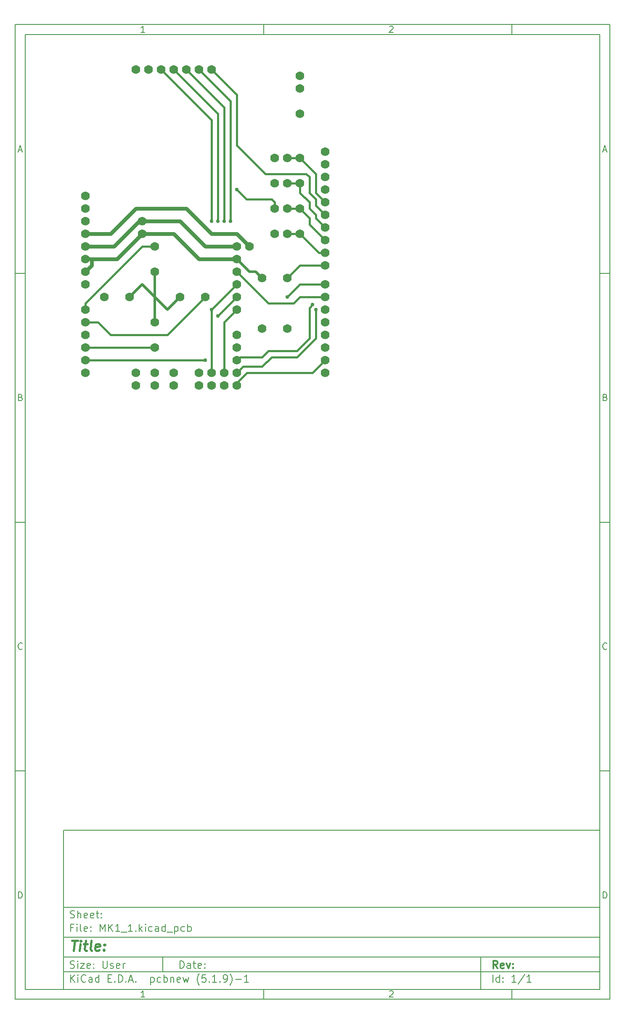
<source format=gbr>
%TF.GenerationSoftware,KiCad,Pcbnew,(5.1.9)-1*%
%TF.CreationDate,2021-07-03T12:35:32-04:00*%
%TF.ProjectId,MK1_1,4d4b315f-312e-46b6-9963-61645f706362,rev?*%
%TF.SameCoordinates,Original*%
%TF.FileFunction,Copper,L1,Top*%
%TF.FilePolarity,Positive*%
%FSLAX45Y45*%
G04 Gerber Fmt 4.5, Leading zero omitted, Abs format (unit mm)*
G04 Created by KiCad (PCBNEW (5.1.9)-1) date 2021-07-03 12:35:32*
%MOMM*%
%LPD*%
G01*
G04 APERTURE LIST*
%ADD10C,0.127000*%
%ADD11C,0.150000*%
%ADD12C,0.300000*%
%ADD13C,0.400000*%
%TA.AperFunction,ViaPad*%
%ADD14C,0.762000*%
%TD*%
%TA.AperFunction,ViaPad*%
%ADD15C,1.778000*%
%TD*%
%TA.AperFunction,Conductor*%
%ADD16C,0.381000*%
%TD*%
%TA.AperFunction,Conductor*%
%ADD17C,0.762000*%
%TD*%
%TA.AperFunction,Conductor*%
%ADD18C,0.508000*%
%TD*%
G04 APERTURE END LIST*
D10*
D11*
X1970000Y-17190000D02*
X1970000Y-20390000D01*
X12770000Y-20390000D01*
X12770000Y-17190000D01*
X1970000Y-17190000D01*
D10*
D11*
X1000000Y-1000000D02*
X1000000Y-20590000D01*
X12970000Y-20590000D01*
X12970000Y-1000000D01*
X1000000Y-1000000D01*
D10*
D11*
X1200000Y-1200000D02*
X1200000Y-20390000D01*
X12770000Y-20390000D01*
X12770000Y-1200000D01*
X1200000Y-1200000D01*
D10*
D11*
X6000000Y-1200000D02*
X6000000Y-1000000D01*
D10*
D11*
X11000000Y-1200000D02*
X11000000Y-1000000D01*
D10*
D11*
X3606548Y-1158810D02*
X3532262Y-1158810D01*
X3569405Y-1158810D02*
X3569405Y-1028809D01*
X3557024Y-1047381D01*
X3544643Y-1059762D01*
X3532262Y-1065952D01*
D10*
D11*
X8532262Y-1041190D02*
X8538452Y-1035000D01*
X8550833Y-1028809D01*
X8581786Y-1028809D01*
X8594167Y-1035000D01*
X8600357Y-1041190D01*
X8606548Y-1053571D01*
X8606548Y-1065952D01*
X8600357Y-1084524D01*
X8526071Y-1158810D01*
X8606548Y-1158810D01*
D10*
D11*
X6000000Y-20390000D02*
X6000000Y-20590000D01*
D10*
D11*
X11000000Y-20390000D02*
X11000000Y-20590000D01*
D10*
D11*
X3606548Y-20548810D02*
X3532262Y-20548810D01*
X3569405Y-20548810D02*
X3569405Y-20418810D01*
X3557024Y-20437381D01*
X3544643Y-20449762D01*
X3532262Y-20455952D01*
D10*
D11*
X8532262Y-20431190D02*
X8538452Y-20425000D01*
X8550833Y-20418810D01*
X8581786Y-20418810D01*
X8594167Y-20425000D01*
X8600357Y-20431190D01*
X8606548Y-20443571D01*
X8606548Y-20455952D01*
X8600357Y-20474524D01*
X8526071Y-20548810D01*
X8606548Y-20548810D01*
D10*
D11*
X1000000Y-6000000D02*
X1200000Y-6000000D01*
D10*
D11*
X1000000Y-11000000D02*
X1200000Y-11000000D01*
D10*
D11*
X1000000Y-16000000D02*
X1200000Y-16000000D01*
D10*
D11*
X1069048Y-3521667D02*
X1130952Y-3521667D01*
X1056667Y-3558809D02*
X1100000Y-3428809D01*
X1143333Y-3558809D01*
D10*
D11*
X1109286Y-8490714D02*
X1127857Y-8496905D01*
X1134048Y-8503095D01*
X1140238Y-8515476D01*
X1140238Y-8534048D01*
X1134048Y-8546429D01*
X1127857Y-8552619D01*
X1115476Y-8558810D01*
X1065952Y-8558810D01*
X1065952Y-8428810D01*
X1109286Y-8428810D01*
X1121667Y-8435000D01*
X1127857Y-8441190D01*
X1134048Y-8453571D01*
X1134048Y-8465952D01*
X1127857Y-8478333D01*
X1121667Y-8484524D01*
X1109286Y-8490714D01*
X1065952Y-8490714D01*
D10*
D11*
X1140238Y-13546428D02*
X1134048Y-13552619D01*
X1115476Y-13558809D01*
X1103095Y-13558809D01*
X1084524Y-13552619D01*
X1072143Y-13540238D01*
X1065952Y-13527857D01*
X1059762Y-13503095D01*
X1059762Y-13484524D01*
X1065952Y-13459762D01*
X1072143Y-13447381D01*
X1084524Y-13435000D01*
X1103095Y-13428809D01*
X1115476Y-13428809D01*
X1134048Y-13435000D01*
X1140238Y-13441190D01*
D10*
D11*
X1065952Y-18558810D02*
X1065952Y-18428810D01*
X1096905Y-18428810D01*
X1115476Y-18435000D01*
X1127857Y-18447381D01*
X1134048Y-18459762D01*
X1140238Y-18484524D01*
X1140238Y-18503095D01*
X1134048Y-18527857D01*
X1127857Y-18540238D01*
X1115476Y-18552619D01*
X1096905Y-18558810D01*
X1065952Y-18558810D01*
D10*
D11*
X12970000Y-6000000D02*
X12770000Y-6000000D01*
D10*
D11*
X12970000Y-11000000D02*
X12770000Y-11000000D01*
D10*
D11*
X12970000Y-16000000D02*
X12770000Y-16000000D01*
D10*
D11*
X12839048Y-3521667D02*
X12900952Y-3521667D01*
X12826667Y-3558809D02*
X12870000Y-3428809D01*
X12913333Y-3558809D01*
D10*
D11*
X12879286Y-8490714D02*
X12897857Y-8496905D01*
X12904048Y-8503095D01*
X12910238Y-8515476D01*
X12910238Y-8534048D01*
X12904048Y-8546429D01*
X12897857Y-8552619D01*
X12885476Y-8558810D01*
X12835952Y-8558810D01*
X12835952Y-8428810D01*
X12879286Y-8428810D01*
X12891667Y-8435000D01*
X12897857Y-8441190D01*
X12904048Y-8453571D01*
X12904048Y-8465952D01*
X12897857Y-8478333D01*
X12891667Y-8484524D01*
X12879286Y-8490714D01*
X12835952Y-8490714D01*
D10*
D11*
X12910238Y-13546428D02*
X12904048Y-13552619D01*
X12885476Y-13558809D01*
X12873095Y-13558809D01*
X12854524Y-13552619D01*
X12842143Y-13540238D01*
X12835952Y-13527857D01*
X12829762Y-13503095D01*
X12829762Y-13484524D01*
X12835952Y-13459762D01*
X12842143Y-13447381D01*
X12854524Y-13435000D01*
X12873095Y-13428809D01*
X12885476Y-13428809D01*
X12904048Y-13435000D01*
X12910238Y-13441190D01*
D10*
D11*
X12835952Y-18558810D02*
X12835952Y-18428810D01*
X12866905Y-18428810D01*
X12885476Y-18435000D01*
X12897857Y-18447381D01*
X12904048Y-18459762D01*
X12910238Y-18484524D01*
X12910238Y-18503095D01*
X12904048Y-18527857D01*
X12897857Y-18540238D01*
X12885476Y-18552619D01*
X12866905Y-18558810D01*
X12835952Y-18558810D01*
D10*
D11*
X4313214Y-19967857D02*
X4313214Y-19817857D01*
X4348929Y-19817857D01*
X4370357Y-19825000D01*
X4384643Y-19839286D01*
X4391786Y-19853571D01*
X4398929Y-19882143D01*
X4398929Y-19903571D01*
X4391786Y-19932143D01*
X4384643Y-19946429D01*
X4370357Y-19960714D01*
X4348929Y-19967857D01*
X4313214Y-19967857D01*
X4527500Y-19967857D02*
X4527500Y-19889286D01*
X4520357Y-19875000D01*
X4506071Y-19867857D01*
X4477500Y-19867857D01*
X4463214Y-19875000D01*
X4527500Y-19960714D02*
X4513214Y-19967857D01*
X4477500Y-19967857D01*
X4463214Y-19960714D01*
X4456071Y-19946429D01*
X4456071Y-19932143D01*
X4463214Y-19917857D01*
X4477500Y-19910714D01*
X4513214Y-19910714D01*
X4527500Y-19903571D01*
X4577500Y-19867857D02*
X4634643Y-19867857D01*
X4598929Y-19817857D02*
X4598929Y-19946429D01*
X4606071Y-19960714D01*
X4620357Y-19967857D01*
X4634643Y-19967857D01*
X4741786Y-19960714D02*
X4727500Y-19967857D01*
X4698929Y-19967857D01*
X4684643Y-19960714D01*
X4677500Y-19946429D01*
X4677500Y-19889286D01*
X4684643Y-19875000D01*
X4698929Y-19867857D01*
X4727500Y-19867857D01*
X4741786Y-19875000D01*
X4748929Y-19889286D01*
X4748929Y-19903571D01*
X4677500Y-19917857D01*
X4813214Y-19953571D02*
X4820357Y-19960714D01*
X4813214Y-19967857D01*
X4806071Y-19960714D01*
X4813214Y-19953571D01*
X4813214Y-19967857D01*
X4813214Y-19875000D02*
X4820357Y-19882143D01*
X4813214Y-19889286D01*
X4806071Y-19882143D01*
X4813214Y-19875000D01*
X4813214Y-19889286D01*
D10*
D11*
X1970000Y-20040000D02*
X12770000Y-20040000D01*
D10*
D11*
X2113214Y-20247857D02*
X2113214Y-20097857D01*
X2198929Y-20247857D02*
X2134643Y-20162143D01*
X2198929Y-20097857D02*
X2113214Y-20183571D01*
X2263214Y-20247857D02*
X2263214Y-20147857D01*
X2263214Y-20097857D02*
X2256071Y-20105000D01*
X2263214Y-20112143D01*
X2270357Y-20105000D01*
X2263214Y-20097857D01*
X2263214Y-20112143D01*
X2420357Y-20233571D02*
X2413214Y-20240714D01*
X2391786Y-20247857D01*
X2377500Y-20247857D01*
X2356071Y-20240714D01*
X2341786Y-20226429D01*
X2334643Y-20212143D01*
X2327500Y-20183571D01*
X2327500Y-20162143D01*
X2334643Y-20133571D01*
X2341786Y-20119286D01*
X2356071Y-20105000D01*
X2377500Y-20097857D01*
X2391786Y-20097857D01*
X2413214Y-20105000D01*
X2420357Y-20112143D01*
X2548929Y-20247857D02*
X2548929Y-20169286D01*
X2541786Y-20155000D01*
X2527500Y-20147857D01*
X2498929Y-20147857D01*
X2484643Y-20155000D01*
X2548929Y-20240714D02*
X2534643Y-20247857D01*
X2498929Y-20247857D01*
X2484643Y-20240714D01*
X2477500Y-20226429D01*
X2477500Y-20212143D01*
X2484643Y-20197857D01*
X2498929Y-20190714D01*
X2534643Y-20190714D01*
X2548929Y-20183571D01*
X2684643Y-20247857D02*
X2684643Y-20097857D01*
X2684643Y-20240714D02*
X2670357Y-20247857D01*
X2641786Y-20247857D01*
X2627500Y-20240714D01*
X2620357Y-20233571D01*
X2613214Y-20219286D01*
X2613214Y-20176429D01*
X2620357Y-20162143D01*
X2627500Y-20155000D01*
X2641786Y-20147857D01*
X2670357Y-20147857D01*
X2684643Y-20155000D01*
X2870357Y-20169286D02*
X2920357Y-20169286D01*
X2941786Y-20247857D02*
X2870357Y-20247857D01*
X2870357Y-20097857D01*
X2941786Y-20097857D01*
X3006071Y-20233571D02*
X3013214Y-20240714D01*
X3006071Y-20247857D01*
X2998928Y-20240714D01*
X3006071Y-20233571D01*
X3006071Y-20247857D01*
X3077500Y-20247857D02*
X3077500Y-20097857D01*
X3113214Y-20097857D01*
X3134643Y-20105000D01*
X3148928Y-20119286D01*
X3156071Y-20133571D01*
X3163214Y-20162143D01*
X3163214Y-20183571D01*
X3156071Y-20212143D01*
X3148928Y-20226429D01*
X3134643Y-20240714D01*
X3113214Y-20247857D01*
X3077500Y-20247857D01*
X3227500Y-20233571D02*
X3234643Y-20240714D01*
X3227500Y-20247857D01*
X3220357Y-20240714D01*
X3227500Y-20233571D01*
X3227500Y-20247857D01*
X3291786Y-20205000D02*
X3363214Y-20205000D01*
X3277500Y-20247857D02*
X3327500Y-20097857D01*
X3377500Y-20247857D01*
X3427500Y-20233571D02*
X3434643Y-20240714D01*
X3427500Y-20247857D01*
X3420357Y-20240714D01*
X3427500Y-20233571D01*
X3427500Y-20247857D01*
X3727500Y-20147857D02*
X3727500Y-20297857D01*
X3727500Y-20155000D02*
X3741786Y-20147857D01*
X3770357Y-20147857D01*
X3784643Y-20155000D01*
X3791786Y-20162143D01*
X3798928Y-20176429D01*
X3798928Y-20219286D01*
X3791786Y-20233571D01*
X3784643Y-20240714D01*
X3770357Y-20247857D01*
X3741786Y-20247857D01*
X3727500Y-20240714D01*
X3927500Y-20240714D02*
X3913214Y-20247857D01*
X3884643Y-20247857D01*
X3870357Y-20240714D01*
X3863214Y-20233571D01*
X3856071Y-20219286D01*
X3856071Y-20176429D01*
X3863214Y-20162143D01*
X3870357Y-20155000D01*
X3884643Y-20147857D01*
X3913214Y-20147857D01*
X3927500Y-20155000D01*
X3991786Y-20247857D02*
X3991786Y-20097857D01*
X3991786Y-20155000D02*
X4006071Y-20147857D01*
X4034643Y-20147857D01*
X4048928Y-20155000D01*
X4056071Y-20162143D01*
X4063214Y-20176429D01*
X4063214Y-20219286D01*
X4056071Y-20233571D01*
X4048928Y-20240714D01*
X4034643Y-20247857D01*
X4006071Y-20247857D01*
X3991786Y-20240714D01*
X4127500Y-20147857D02*
X4127500Y-20247857D01*
X4127500Y-20162143D02*
X4134643Y-20155000D01*
X4148928Y-20147857D01*
X4170357Y-20147857D01*
X4184643Y-20155000D01*
X4191786Y-20169286D01*
X4191786Y-20247857D01*
X4320357Y-20240714D02*
X4306071Y-20247857D01*
X4277500Y-20247857D01*
X4263214Y-20240714D01*
X4256071Y-20226429D01*
X4256071Y-20169286D01*
X4263214Y-20155000D01*
X4277500Y-20147857D01*
X4306071Y-20147857D01*
X4320357Y-20155000D01*
X4327500Y-20169286D01*
X4327500Y-20183571D01*
X4256071Y-20197857D01*
X4377500Y-20147857D02*
X4406071Y-20247857D01*
X4434643Y-20176429D01*
X4463214Y-20247857D01*
X4491786Y-20147857D01*
X4706071Y-20305000D02*
X4698929Y-20297857D01*
X4684643Y-20276429D01*
X4677500Y-20262143D01*
X4670357Y-20240714D01*
X4663214Y-20205000D01*
X4663214Y-20176429D01*
X4670357Y-20140714D01*
X4677500Y-20119286D01*
X4684643Y-20105000D01*
X4698929Y-20083571D01*
X4706071Y-20076429D01*
X4834643Y-20097857D02*
X4763214Y-20097857D01*
X4756071Y-20169286D01*
X4763214Y-20162143D01*
X4777500Y-20155000D01*
X4813214Y-20155000D01*
X4827500Y-20162143D01*
X4834643Y-20169286D01*
X4841786Y-20183571D01*
X4841786Y-20219286D01*
X4834643Y-20233571D01*
X4827500Y-20240714D01*
X4813214Y-20247857D01*
X4777500Y-20247857D01*
X4763214Y-20240714D01*
X4756071Y-20233571D01*
X4906071Y-20233571D02*
X4913214Y-20240714D01*
X4906071Y-20247857D01*
X4898929Y-20240714D01*
X4906071Y-20233571D01*
X4906071Y-20247857D01*
X5056071Y-20247857D02*
X4970357Y-20247857D01*
X5013214Y-20247857D02*
X5013214Y-20097857D01*
X4998929Y-20119286D01*
X4984643Y-20133571D01*
X4970357Y-20140714D01*
X5120357Y-20233571D02*
X5127500Y-20240714D01*
X5120357Y-20247857D01*
X5113214Y-20240714D01*
X5120357Y-20233571D01*
X5120357Y-20247857D01*
X5198929Y-20247857D02*
X5227500Y-20247857D01*
X5241786Y-20240714D01*
X5248929Y-20233571D01*
X5263214Y-20212143D01*
X5270357Y-20183571D01*
X5270357Y-20126429D01*
X5263214Y-20112143D01*
X5256071Y-20105000D01*
X5241786Y-20097857D01*
X5213214Y-20097857D01*
X5198929Y-20105000D01*
X5191786Y-20112143D01*
X5184643Y-20126429D01*
X5184643Y-20162143D01*
X5191786Y-20176429D01*
X5198929Y-20183571D01*
X5213214Y-20190714D01*
X5241786Y-20190714D01*
X5256071Y-20183571D01*
X5263214Y-20176429D01*
X5270357Y-20162143D01*
X5320357Y-20305000D02*
X5327500Y-20297857D01*
X5341786Y-20276429D01*
X5348929Y-20262143D01*
X5356071Y-20240714D01*
X5363214Y-20205000D01*
X5363214Y-20176429D01*
X5356071Y-20140714D01*
X5348929Y-20119286D01*
X5341786Y-20105000D01*
X5327500Y-20083571D01*
X5320357Y-20076429D01*
X5434643Y-20190714D02*
X5548929Y-20190714D01*
X5698928Y-20247857D02*
X5613214Y-20247857D01*
X5656071Y-20247857D02*
X5656071Y-20097857D01*
X5641786Y-20119286D01*
X5627500Y-20133571D01*
X5613214Y-20140714D01*
D10*
D11*
X1970000Y-19740000D02*
X12770000Y-19740000D01*
D10*
D12*
X10710929Y-19967857D02*
X10660929Y-19896429D01*
X10625214Y-19967857D02*
X10625214Y-19817857D01*
X10682357Y-19817857D01*
X10696643Y-19825000D01*
X10703786Y-19832143D01*
X10710929Y-19846429D01*
X10710929Y-19867857D01*
X10703786Y-19882143D01*
X10696643Y-19889286D01*
X10682357Y-19896429D01*
X10625214Y-19896429D01*
X10832357Y-19960714D02*
X10818071Y-19967857D01*
X10789500Y-19967857D01*
X10775214Y-19960714D01*
X10768071Y-19946429D01*
X10768071Y-19889286D01*
X10775214Y-19875000D01*
X10789500Y-19867857D01*
X10818071Y-19867857D01*
X10832357Y-19875000D01*
X10839500Y-19889286D01*
X10839500Y-19903571D01*
X10768071Y-19917857D01*
X10889500Y-19867857D02*
X10925214Y-19967857D01*
X10960929Y-19867857D01*
X11018071Y-19953571D02*
X11025214Y-19960714D01*
X11018071Y-19967857D01*
X11010929Y-19960714D01*
X11018071Y-19953571D01*
X11018071Y-19967857D01*
X11018071Y-19875000D02*
X11025214Y-19882143D01*
X11018071Y-19889286D01*
X11010929Y-19882143D01*
X11018071Y-19875000D01*
X11018071Y-19889286D01*
D10*
D11*
X2106071Y-19960714D02*
X2127500Y-19967857D01*
X2163214Y-19967857D01*
X2177500Y-19960714D01*
X2184643Y-19953571D01*
X2191786Y-19939286D01*
X2191786Y-19925000D01*
X2184643Y-19910714D01*
X2177500Y-19903571D01*
X2163214Y-19896429D01*
X2134643Y-19889286D01*
X2120357Y-19882143D01*
X2113214Y-19875000D01*
X2106071Y-19860714D01*
X2106071Y-19846429D01*
X2113214Y-19832143D01*
X2120357Y-19825000D01*
X2134643Y-19817857D01*
X2170357Y-19817857D01*
X2191786Y-19825000D01*
X2256071Y-19967857D02*
X2256071Y-19867857D01*
X2256071Y-19817857D02*
X2248929Y-19825000D01*
X2256071Y-19832143D01*
X2263214Y-19825000D01*
X2256071Y-19817857D01*
X2256071Y-19832143D01*
X2313214Y-19867857D02*
X2391786Y-19867857D01*
X2313214Y-19967857D01*
X2391786Y-19967857D01*
X2506071Y-19960714D02*
X2491786Y-19967857D01*
X2463214Y-19967857D01*
X2448929Y-19960714D01*
X2441786Y-19946429D01*
X2441786Y-19889286D01*
X2448929Y-19875000D01*
X2463214Y-19867857D01*
X2491786Y-19867857D01*
X2506071Y-19875000D01*
X2513214Y-19889286D01*
X2513214Y-19903571D01*
X2441786Y-19917857D01*
X2577500Y-19953571D02*
X2584643Y-19960714D01*
X2577500Y-19967857D01*
X2570357Y-19960714D01*
X2577500Y-19953571D01*
X2577500Y-19967857D01*
X2577500Y-19875000D02*
X2584643Y-19882143D01*
X2577500Y-19889286D01*
X2570357Y-19882143D01*
X2577500Y-19875000D01*
X2577500Y-19889286D01*
X2763214Y-19817857D02*
X2763214Y-19939286D01*
X2770357Y-19953571D01*
X2777500Y-19960714D01*
X2791786Y-19967857D01*
X2820357Y-19967857D01*
X2834643Y-19960714D01*
X2841786Y-19953571D01*
X2848928Y-19939286D01*
X2848928Y-19817857D01*
X2913214Y-19960714D02*
X2927500Y-19967857D01*
X2956071Y-19967857D01*
X2970357Y-19960714D01*
X2977500Y-19946429D01*
X2977500Y-19939286D01*
X2970357Y-19925000D01*
X2956071Y-19917857D01*
X2934643Y-19917857D01*
X2920357Y-19910714D01*
X2913214Y-19896429D01*
X2913214Y-19889286D01*
X2920357Y-19875000D01*
X2934643Y-19867857D01*
X2956071Y-19867857D01*
X2970357Y-19875000D01*
X3098928Y-19960714D02*
X3084643Y-19967857D01*
X3056071Y-19967857D01*
X3041786Y-19960714D01*
X3034643Y-19946429D01*
X3034643Y-19889286D01*
X3041786Y-19875000D01*
X3056071Y-19867857D01*
X3084643Y-19867857D01*
X3098928Y-19875000D01*
X3106071Y-19889286D01*
X3106071Y-19903571D01*
X3034643Y-19917857D01*
X3170357Y-19967857D02*
X3170357Y-19867857D01*
X3170357Y-19896429D02*
X3177500Y-19882143D01*
X3184643Y-19875000D01*
X3198928Y-19867857D01*
X3213214Y-19867857D01*
D10*
D11*
X10613214Y-20247857D02*
X10613214Y-20097857D01*
X10748929Y-20247857D02*
X10748929Y-20097857D01*
X10748929Y-20240714D02*
X10734643Y-20247857D01*
X10706071Y-20247857D01*
X10691786Y-20240714D01*
X10684643Y-20233571D01*
X10677500Y-20219286D01*
X10677500Y-20176429D01*
X10684643Y-20162143D01*
X10691786Y-20155000D01*
X10706071Y-20147857D01*
X10734643Y-20147857D01*
X10748929Y-20155000D01*
X10820357Y-20233571D02*
X10827500Y-20240714D01*
X10820357Y-20247857D01*
X10813214Y-20240714D01*
X10820357Y-20233571D01*
X10820357Y-20247857D01*
X10820357Y-20155000D02*
X10827500Y-20162143D01*
X10820357Y-20169286D01*
X10813214Y-20162143D01*
X10820357Y-20155000D01*
X10820357Y-20169286D01*
X11084643Y-20247857D02*
X10998929Y-20247857D01*
X11041786Y-20247857D02*
X11041786Y-20097857D01*
X11027500Y-20119286D01*
X11013214Y-20133571D01*
X10998929Y-20140714D01*
X11256071Y-20090714D02*
X11127500Y-20283571D01*
X11384643Y-20247857D02*
X11298928Y-20247857D01*
X11341786Y-20247857D02*
X11341786Y-20097857D01*
X11327500Y-20119286D01*
X11313214Y-20133571D01*
X11298928Y-20140714D01*
D10*
D11*
X1970000Y-19340000D02*
X12770000Y-19340000D01*
D10*
D13*
X2141238Y-19410476D02*
X2255524Y-19410476D01*
X2173381Y-19610476D02*
X2198381Y-19410476D01*
X2297190Y-19610476D02*
X2313857Y-19477143D01*
X2322190Y-19410476D02*
X2311476Y-19420000D01*
X2319810Y-19429524D01*
X2330524Y-19420000D01*
X2322190Y-19410476D01*
X2319810Y-19429524D01*
X2380524Y-19477143D02*
X2456714Y-19477143D01*
X2417429Y-19410476D02*
X2396000Y-19581905D01*
X2403143Y-19600952D01*
X2421000Y-19610476D01*
X2440048Y-19610476D01*
X2535286Y-19610476D02*
X2517429Y-19600952D01*
X2510286Y-19581905D01*
X2531714Y-19410476D01*
X2688857Y-19600952D02*
X2668619Y-19610476D01*
X2630524Y-19610476D01*
X2612667Y-19600952D01*
X2605524Y-19581905D01*
X2615048Y-19505714D01*
X2626952Y-19486667D01*
X2647190Y-19477143D01*
X2685286Y-19477143D01*
X2703143Y-19486667D01*
X2710286Y-19505714D01*
X2707905Y-19524762D01*
X2610286Y-19543810D01*
X2785286Y-19591429D02*
X2793619Y-19600952D01*
X2782905Y-19610476D01*
X2774571Y-19600952D01*
X2785286Y-19591429D01*
X2782905Y-19610476D01*
X2798381Y-19486667D02*
X2806714Y-19496190D01*
X2796000Y-19505714D01*
X2787667Y-19496190D01*
X2798381Y-19486667D01*
X2796000Y-19505714D01*
D10*
D11*
X2163214Y-19149286D02*
X2113214Y-19149286D01*
X2113214Y-19227857D02*
X2113214Y-19077857D01*
X2184643Y-19077857D01*
X2241786Y-19227857D02*
X2241786Y-19127857D01*
X2241786Y-19077857D02*
X2234643Y-19085000D01*
X2241786Y-19092143D01*
X2248929Y-19085000D01*
X2241786Y-19077857D01*
X2241786Y-19092143D01*
X2334643Y-19227857D02*
X2320357Y-19220714D01*
X2313214Y-19206429D01*
X2313214Y-19077857D01*
X2448929Y-19220714D02*
X2434643Y-19227857D01*
X2406071Y-19227857D01*
X2391786Y-19220714D01*
X2384643Y-19206429D01*
X2384643Y-19149286D01*
X2391786Y-19135000D01*
X2406071Y-19127857D01*
X2434643Y-19127857D01*
X2448929Y-19135000D01*
X2456071Y-19149286D01*
X2456071Y-19163571D01*
X2384643Y-19177857D01*
X2520357Y-19213571D02*
X2527500Y-19220714D01*
X2520357Y-19227857D01*
X2513214Y-19220714D01*
X2520357Y-19213571D01*
X2520357Y-19227857D01*
X2520357Y-19135000D02*
X2527500Y-19142143D01*
X2520357Y-19149286D01*
X2513214Y-19142143D01*
X2520357Y-19135000D01*
X2520357Y-19149286D01*
X2706071Y-19227857D02*
X2706071Y-19077857D01*
X2756071Y-19185000D01*
X2806071Y-19077857D01*
X2806071Y-19227857D01*
X2877500Y-19227857D02*
X2877500Y-19077857D01*
X2963214Y-19227857D02*
X2898928Y-19142143D01*
X2963214Y-19077857D02*
X2877500Y-19163571D01*
X3106071Y-19227857D02*
X3020357Y-19227857D01*
X3063214Y-19227857D02*
X3063214Y-19077857D01*
X3048928Y-19099286D01*
X3034643Y-19113571D01*
X3020357Y-19120714D01*
X3134643Y-19242143D02*
X3248928Y-19242143D01*
X3363214Y-19227857D02*
X3277500Y-19227857D01*
X3320357Y-19227857D02*
X3320357Y-19077857D01*
X3306071Y-19099286D01*
X3291786Y-19113571D01*
X3277500Y-19120714D01*
X3427500Y-19213571D02*
X3434643Y-19220714D01*
X3427500Y-19227857D01*
X3420357Y-19220714D01*
X3427500Y-19213571D01*
X3427500Y-19227857D01*
X3498928Y-19227857D02*
X3498928Y-19077857D01*
X3513214Y-19170714D02*
X3556071Y-19227857D01*
X3556071Y-19127857D02*
X3498928Y-19185000D01*
X3620357Y-19227857D02*
X3620357Y-19127857D01*
X3620357Y-19077857D02*
X3613214Y-19085000D01*
X3620357Y-19092143D01*
X3627500Y-19085000D01*
X3620357Y-19077857D01*
X3620357Y-19092143D01*
X3756071Y-19220714D02*
X3741786Y-19227857D01*
X3713214Y-19227857D01*
X3698928Y-19220714D01*
X3691786Y-19213571D01*
X3684643Y-19199286D01*
X3684643Y-19156429D01*
X3691786Y-19142143D01*
X3698928Y-19135000D01*
X3713214Y-19127857D01*
X3741786Y-19127857D01*
X3756071Y-19135000D01*
X3884643Y-19227857D02*
X3884643Y-19149286D01*
X3877500Y-19135000D01*
X3863214Y-19127857D01*
X3834643Y-19127857D01*
X3820357Y-19135000D01*
X3884643Y-19220714D02*
X3870357Y-19227857D01*
X3834643Y-19227857D01*
X3820357Y-19220714D01*
X3813214Y-19206429D01*
X3813214Y-19192143D01*
X3820357Y-19177857D01*
X3834643Y-19170714D01*
X3870357Y-19170714D01*
X3884643Y-19163571D01*
X4020357Y-19227857D02*
X4020357Y-19077857D01*
X4020357Y-19220714D02*
X4006071Y-19227857D01*
X3977500Y-19227857D01*
X3963214Y-19220714D01*
X3956071Y-19213571D01*
X3948928Y-19199286D01*
X3948928Y-19156429D01*
X3956071Y-19142143D01*
X3963214Y-19135000D01*
X3977500Y-19127857D01*
X4006071Y-19127857D01*
X4020357Y-19135000D01*
X4056071Y-19242143D02*
X4170357Y-19242143D01*
X4206071Y-19127857D02*
X4206071Y-19277857D01*
X4206071Y-19135000D02*
X4220357Y-19127857D01*
X4248929Y-19127857D01*
X4263214Y-19135000D01*
X4270357Y-19142143D01*
X4277500Y-19156429D01*
X4277500Y-19199286D01*
X4270357Y-19213571D01*
X4263214Y-19220714D01*
X4248929Y-19227857D01*
X4220357Y-19227857D01*
X4206071Y-19220714D01*
X4406071Y-19220714D02*
X4391786Y-19227857D01*
X4363214Y-19227857D01*
X4348929Y-19220714D01*
X4341786Y-19213571D01*
X4334643Y-19199286D01*
X4334643Y-19156429D01*
X4341786Y-19142143D01*
X4348929Y-19135000D01*
X4363214Y-19127857D01*
X4391786Y-19127857D01*
X4406071Y-19135000D01*
X4470357Y-19227857D02*
X4470357Y-19077857D01*
X4470357Y-19135000D02*
X4484643Y-19127857D01*
X4513214Y-19127857D01*
X4527500Y-19135000D01*
X4534643Y-19142143D01*
X4541786Y-19156429D01*
X4541786Y-19199286D01*
X4534643Y-19213571D01*
X4527500Y-19220714D01*
X4513214Y-19227857D01*
X4484643Y-19227857D01*
X4470357Y-19220714D01*
D10*
D11*
X1970000Y-18740000D02*
X12770000Y-18740000D01*
D10*
D11*
X2106071Y-18950714D02*
X2127500Y-18957857D01*
X2163214Y-18957857D01*
X2177500Y-18950714D01*
X2184643Y-18943571D01*
X2191786Y-18929286D01*
X2191786Y-18915000D01*
X2184643Y-18900714D01*
X2177500Y-18893571D01*
X2163214Y-18886429D01*
X2134643Y-18879286D01*
X2120357Y-18872143D01*
X2113214Y-18865000D01*
X2106071Y-18850714D01*
X2106071Y-18836429D01*
X2113214Y-18822143D01*
X2120357Y-18815000D01*
X2134643Y-18807857D01*
X2170357Y-18807857D01*
X2191786Y-18815000D01*
X2256071Y-18957857D02*
X2256071Y-18807857D01*
X2320357Y-18957857D02*
X2320357Y-18879286D01*
X2313214Y-18865000D01*
X2298929Y-18857857D01*
X2277500Y-18857857D01*
X2263214Y-18865000D01*
X2256071Y-18872143D01*
X2448929Y-18950714D02*
X2434643Y-18957857D01*
X2406071Y-18957857D01*
X2391786Y-18950714D01*
X2384643Y-18936429D01*
X2384643Y-18879286D01*
X2391786Y-18865000D01*
X2406071Y-18857857D01*
X2434643Y-18857857D01*
X2448929Y-18865000D01*
X2456071Y-18879286D01*
X2456071Y-18893571D01*
X2384643Y-18907857D01*
X2577500Y-18950714D02*
X2563214Y-18957857D01*
X2534643Y-18957857D01*
X2520357Y-18950714D01*
X2513214Y-18936429D01*
X2513214Y-18879286D01*
X2520357Y-18865000D01*
X2534643Y-18857857D01*
X2563214Y-18857857D01*
X2577500Y-18865000D01*
X2584643Y-18879286D01*
X2584643Y-18893571D01*
X2513214Y-18907857D01*
X2627500Y-18857857D02*
X2684643Y-18857857D01*
X2648929Y-18807857D02*
X2648929Y-18936429D01*
X2656071Y-18950714D01*
X2670357Y-18957857D01*
X2684643Y-18957857D01*
X2734643Y-18943571D02*
X2741786Y-18950714D01*
X2734643Y-18957857D01*
X2727500Y-18950714D01*
X2734643Y-18943571D01*
X2734643Y-18957857D01*
X2734643Y-18865000D02*
X2741786Y-18872143D01*
X2734643Y-18879286D01*
X2727500Y-18872143D01*
X2734643Y-18865000D01*
X2734643Y-18879286D01*
D10*
D11*
X3970000Y-19740000D02*
X3970000Y-20040000D01*
D10*
D11*
X10370000Y-19740000D02*
X10370000Y-20390000D01*
D14*
%TO.N,*%
X4953000Y-6731000D03*
X5080000Y-6858000D03*
X6477000Y-6477000D03*
X4953000Y-4953000D03*
X5080000Y-4953000D03*
X5207000Y-4953000D03*
D15*
X4953000Y-8255000D03*
X4953000Y-8001000D03*
X5207000Y-8001000D03*
X5207000Y-8255000D03*
X4699000Y-8001000D03*
X4699000Y-8255000D03*
X5461000Y-8255000D03*
X5461000Y-8001000D03*
X5461000Y-7747000D03*
X4191000Y-8255000D03*
X4191000Y-8001000D03*
X3810000Y-8001000D03*
X3810000Y-8255000D03*
X3429000Y-8001000D03*
X2413000Y-7493000D03*
X2413000Y-7239000D03*
X2413000Y-6985000D03*
X2413000Y-6731000D03*
X2413000Y-8001000D03*
X7239000Y-8001000D03*
X7239000Y-7747000D03*
X7239000Y-7493000D03*
X7239000Y-7239000D03*
X7239000Y-6731000D03*
X7239000Y-6477000D03*
X7239000Y-6223000D03*
X7239000Y-5842000D03*
X7239000Y-5588000D03*
X7239000Y-5334000D03*
X7239000Y-5080000D03*
X7239000Y-4826000D03*
X7239000Y-4572000D03*
X7239000Y-4318000D03*
X7239000Y-4064000D03*
X7239000Y-3810000D03*
X7239000Y-3556000D03*
X6731000Y-3683000D03*
X6477000Y-3683000D03*
X6223000Y-3683000D03*
X6223000Y-4191000D03*
X6477000Y-4191000D03*
X6731000Y-4191000D03*
X6731000Y-4699000D03*
X6477000Y-4699000D03*
X6223000Y-4699000D03*
X6223000Y-5207000D03*
X6477000Y-5207000D03*
X6731000Y-5207000D03*
X6477000Y-6096000D03*
X5969000Y-6096000D03*
X6477000Y-7112000D03*
X5969000Y-7112000D03*
X5461000Y-6731000D03*
X5461000Y-6477000D03*
X5461000Y-6223000D03*
X5461000Y-5969000D03*
X5461000Y-5715000D03*
X5461000Y-5461000D03*
X4826000Y-6477000D03*
X4318000Y-6477000D03*
X3810000Y-6985000D03*
X3810000Y-7493000D03*
X3810000Y-5461000D03*
X3810000Y-5969000D03*
X3302000Y-6477000D03*
X2794000Y-6477000D03*
X2413000Y-6223000D03*
X2413000Y-5969000D03*
X2413000Y-5715000D03*
X2413000Y-5461000D03*
X2413000Y-5207000D03*
X2413000Y-4953000D03*
X2413000Y-4699000D03*
X2413000Y-4445000D03*
X4953000Y-1905000D03*
X4445000Y-1905000D03*
X4191000Y-1905000D03*
X3937000Y-1905000D03*
X3683000Y-1905000D03*
X3429000Y-1905000D03*
X6731000Y-2794000D03*
X6731000Y-2032000D03*
X6731000Y-2286000D03*
X2413000Y-7747000D03*
X5461000Y-7239000D03*
D14*
X4826000Y-7747000D03*
D15*
X3429000Y-8255000D03*
D14*
X5461000Y-4318000D03*
X7048500Y-6731000D03*
X6985000Y-6629400D03*
D15*
X3556000Y-5207000D03*
X3556000Y-4953000D03*
X5715000Y-5461000D03*
X4699000Y-1905000D03*
D14*
X5334000Y-4953000D03*
D15*
X7239000Y-6985000D03*
X5461000Y-7493000D03*
%TD*%
D16*
%TO.N,*%
X3556000Y-5461000D02*
X2413000Y-6604000D01*
X2413000Y-6604000D02*
X2413000Y-6731000D01*
X4064000Y-7239000D02*
X2921000Y-7239000D01*
X2921000Y-7239000D02*
X2667000Y-6985000D01*
X2667000Y-6985000D02*
X2413000Y-6985000D01*
X6731000Y-6477000D02*
X6604000Y-6604000D01*
X6731000Y-6223000D02*
X6477000Y-6477000D01*
D17*
X4826000Y-5461000D02*
X4318000Y-4953000D01*
X4318000Y-4953000D02*
X3556000Y-4953000D01*
D16*
X5207000Y-6985000D02*
X5207000Y-8001000D01*
X4953000Y-6731000D02*
X4953000Y-8001000D01*
X7239000Y-6477000D02*
X6731000Y-6477000D01*
X7239000Y-6223000D02*
X6731000Y-6223000D01*
X5461000Y-6731000D02*
X5207000Y-6985000D01*
X5461000Y-6477000D02*
X5080000Y-6858000D01*
X5461000Y-6223000D02*
X4953000Y-6731000D01*
D17*
X5461000Y-5461000D02*
X4826000Y-5461000D01*
D16*
X4826000Y-6477000D02*
X4064000Y-7239000D01*
X3810000Y-7493000D02*
X2413000Y-7493000D01*
X3810000Y-5461000D02*
X3556000Y-5461000D01*
X4953000Y-2921000D02*
X3937000Y-1905000D01*
X4953000Y-4953000D02*
X4953000Y-2921000D01*
X5080000Y-2794000D02*
X4191000Y-1905000D01*
X5080000Y-4953000D02*
X5080000Y-2794000D01*
X5207000Y-2667000D02*
X4445000Y-1905000D01*
X5207000Y-4953000D02*
X5207000Y-2667000D01*
X5461000Y-2413000D02*
X4953000Y-1905000D01*
X5461000Y-3429000D02*
X5461000Y-2413000D01*
D17*
X2413000Y-5969000D02*
X2540000Y-5842000D01*
X2540000Y-5842000D02*
X2540000Y-5715000D01*
D16*
X6096000Y-6604000D02*
X5461000Y-5969000D01*
X6096000Y-6604000D02*
X6604000Y-6604000D01*
D18*
X4064000Y-6731000D02*
X4318000Y-6477000D01*
X3302000Y-6477000D02*
X3556000Y-6223000D01*
X3556000Y-6223000D02*
X4064000Y-6731000D01*
X3810000Y-5969000D02*
X3810000Y-6985000D01*
D16*
X4826000Y-7747000D02*
X2413000Y-7747000D01*
X7048500Y-4381500D02*
X7239000Y-4572000D01*
X7048500Y-4000500D02*
X7048500Y-4381500D01*
X5461000Y-3429000D02*
X6032500Y-4000500D01*
X6032500Y-4000500D02*
X6858000Y-4000500D01*
X6858000Y-4000500D02*
X6921500Y-4064000D01*
X6921500Y-4064000D02*
X6921500Y-4381500D01*
X6921500Y-4381500D02*
X7048500Y-4508500D01*
X7048500Y-4635500D02*
X7239000Y-4826000D01*
X7048500Y-4508500D02*
X7048500Y-4635500D01*
X7048500Y-4889500D02*
X7239000Y-5080000D01*
X6921500Y-4699000D02*
X6921500Y-4572000D01*
X7048500Y-4826000D02*
X6921500Y-4699000D01*
X6223000Y-4699000D02*
X6223000Y-4572000D01*
X6223000Y-4572000D02*
X6159500Y-4508500D01*
X5651500Y-4508500D02*
X5461000Y-4318000D01*
X6159500Y-4508500D02*
X5651500Y-4508500D01*
X6731000Y-5842000D02*
X6477000Y-6096000D01*
X7239000Y-5842000D02*
X6731000Y-5842000D01*
D18*
X5969000Y-6096000D02*
X5842000Y-5969000D01*
X5842000Y-5969000D02*
X5715000Y-5969000D01*
X5715000Y-5969000D02*
X5461000Y-5715000D01*
D16*
X6985000Y-6629400D02*
X6921500Y-6692900D01*
X6921500Y-6692900D02*
X6921500Y-7302500D01*
X6921500Y-7302500D02*
X6667500Y-7556500D01*
X7048500Y-6731000D02*
X7048500Y-7302500D01*
D17*
X5715000Y-5461000D02*
X5461000Y-5207000D01*
X5461000Y-5207000D02*
X4953000Y-5207000D01*
X4953000Y-5207000D02*
X4445000Y-4699000D01*
D16*
X5334000Y-4953000D02*
X5334000Y-2540000D01*
X5334000Y-2540000D02*
X4699000Y-1905000D01*
D17*
X4445000Y-4699000D02*
X3429000Y-4699000D01*
X3429000Y-4699000D02*
X2921000Y-5207000D01*
X2921000Y-5207000D02*
X2413000Y-5207000D01*
X3556000Y-4953000D02*
X3492500Y-4953000D01*
X3492500Y-4953000D02*
X2984500Y-5461000D01*
X3556000Y-5207000D02*
X3048000Y-5715000D01*
X2984500Y-5461000D02*
X2413000Y-5461000D01*
X3048000Y-5715000D02*
X2540000Y-5715000D01*
X2540000Y-5715000D02*
X2413000Y-5715000D01*
D16*
X6731000Y-5207000D02*
X7112000Y-5588000D01*
X7239000Y-5588000D02*
X7112000Y-5588000D01*
X6731000Y-4699000D02*
X6477000Y-4699000D01*
X6731000Y-4191000D02*
X6477000Y-4191000D01*
X6731000Y-4191000D02*
X6731000Y-4381500D01*
X6731000Y-4381500D02*
X6921500Y-4572000D01*
X7048500Y-4889500D02*
X7048500Y-4826000D01*
X6921500Y-4889500D02*
X6731000Y-4699000D01*
X7239000Y-5334000D02*
X6921500Y-5016500D01*
X6921500Y-4889500D02*
X6921500Y-5016500D01*
X7048500Y-4000500D02*
X6731000Y-3683000D01*
X6731000Y-3683000D02*
X6477000Y-3683000D01*
D17*
X3556000Y-5207000D02*
X4191000Y-5207000D01*
X4191000Y-5207000D02*
X4699000Y-5715000D01*
X4699000Y-5715000D02*
X5461000Y-5715000D01*
D16*
X5461000Y-7747000D02*
X5524500Y-7683500D01*
X5524500Y-7683500D02*
X5969000Y-7683500D01*
X5461000Y-8204200D02*
X5461000Y-8255000D01*
X5461000Y-8204200D02*
X5664200Y-8001000D01*
X5461000Y-8001000D02*
X5588000Y-7874000D01*
X5588000Y-7874000D02*
X5969000Y-7874000D01*
X6096000Y-7556500D02*
X5969000Y-7683500D01*
X6667500Y-7556500D02*
X6096000Y-7556500D01*
X5969000Y-7874000D02*
X6159500Y-7683500D01*
X6159500Y-7683500D02*
X6667500Y-7683500D01*
X6667500Y-7683500D02*
X7048500Y-7302500D01*
X6985000Y-8001000D02*
X7239000Y-7747000D01*
X5664200Y-8001000D02*
X6985000Y-8001000D01*
X6477000Y-5207000D02*
X6731000Y-5207000D01*
%TD*%
M02*

</source>
